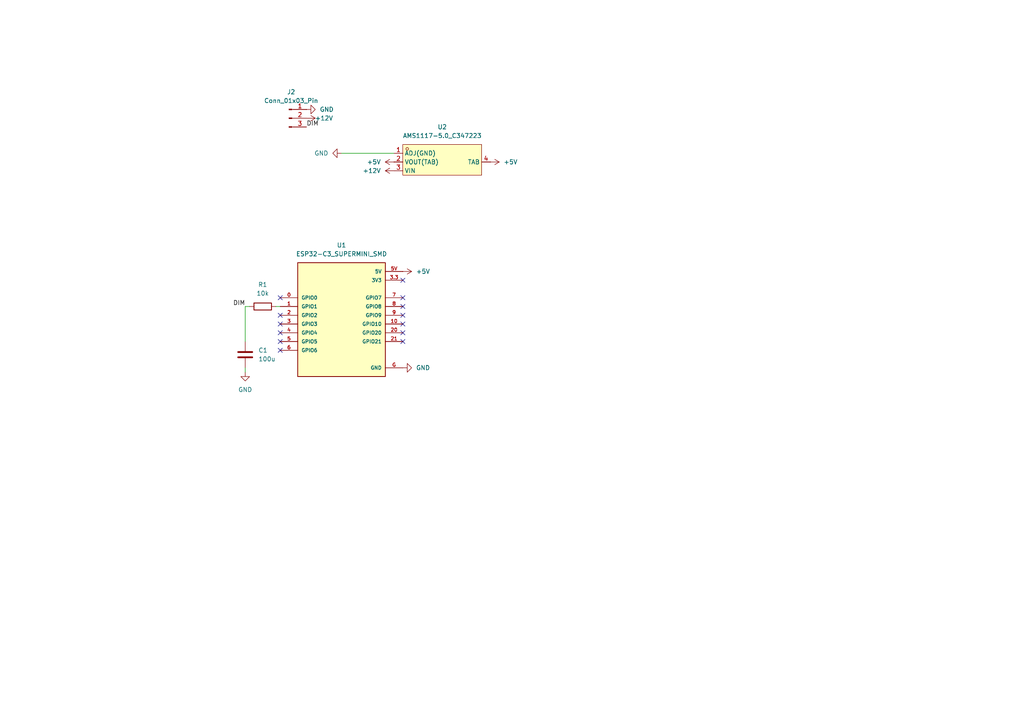
<source format=kicad_sch>
(kicad_sch (version 20250114) (generator "eeschema") (generator_version "9.0")
  (paper "A4")
  (lib_symbols
    (symbol "Connector:Conn_01x03_Pin" (pin_names (offset 1.016) (hide yes))
      (property "Reference" "J" (at 0 5.08 0))
      (property "Value" "Conn_01x03_Pin" (at 0 -5.08 0))
      (symbol "Conn_01x03_Pin_1_1"
        (rectangle (start 0.8636 2.667) (end 0 2.413) (stroke (width 0.1524)) (fill (type outline)))
        (rectangle (start 0.8636 0.127) (end 0 -0.127) (stroke (width 0.1524)) (fill (type outline)))
        (rectangle (start 0.8636 -2.413) (end 0 -2.667) (stroke (width 0.1524)) (fill (type outline)))
        (polyline (pts (xy 1.27 2.54) (xy 0.8636 2.54)) (stroke (width 0.1524)))
        (polyline (pts (xy 1.27 0) (xy 0.8636 0)) (stroke (width 0.1524)))
        (polyline (pts (xy 1.27 -2.54) (xy 0.8636 -2.54)) (stroke (width 0.1524)))
        (pin passive line (at 5.08 2.54 180) (length 3.81) (name "Pin_1") (number "1"))
        (pin passive line (at 5.08 0 180) (length 3.81) (name "Pin_2") (number "2"))
        (pin passive line (at 5.08 -2.54 180) (length 3.81) (name "Pin_3") (number "3"))
      )
    )
    (symbol "Device:C" (pin_numbers (hide yes)) (pin_names (offset 0.254))
      (property "Reference" "C" (at 0.635 2.54 0))
      (property "Value" "C" (at 0.635 -2.54 0))
      (symbol "C_0_1"
        (polyline (pts (xy -2.032 0.762) (xy 2.032 0.762)) (stroke (width 0.508)))
        (polyline (pts (xy -2.032 -0.762) (xy 2.032 -0.762)) (stroke (width 0.508)))
      )
      (symbol "C_1_1"
        (pin passive line (at 0 3.81 270) (length 2.794) (name "~") (number "1"))
        (pin passive line (at 0 -3.81 90) (length 2.794) (name "~") (number "2"))
      )
    )
    (symbol "Device:R" (pin_numbers (hide yes)) (pin_names (offset 0))
      (property "Reference" "R" (at 2.032 0 90))
      (property "Value" "R" (at 0 0 90))
      (symbol "R_0_1"
        (rectangle (start -1.016 -2.54) (end 1.016 2.54) (stroke (width 0.254)))
      )
      (symbol "R_1_1"
        (pin passive line (at 0 3.81 270) (length 1.27) (name "~") (number "1"))
        (pin passive line (at 0 -3.81 90) (length 1.27) (name "~") (number "2"))
      )
    )
    (symbol "ESP32-C3_SUPERMINI_SMD:ESP32-C3_SUPERMINI_SMD" (pin_names (offset 1.016))
      (property "Reference" "U" (at -12.7 16.002 0))
      (property "Value" "ESP32-C3_SUPERMINI_SMD" (at -12.7 -20.32 0))
      (symbol "ESP32-C3_SUPERMINI_SMD_0_0"
        (rectangle (start -12.7 -17.78) (end 12.7 15.24) (stroke (width 0.254)) (fill (type background)))
        (pin bidirectional line (at -17.78 5.08 0) (length 5.08) (name "GPIO0") (number "0"))
        (pin bidirectional line (at -17.78 2.54 0) (length 5.08) (name "GPIO1") (number "1"))
        (pin bidirectional line (at -17.78 0 0) (length 5.08) (name "GPIO2") (number "2"))
        (pin bidirectional line (at -17.78 -2.54 0) (length 5.08) (name "GPIO3") (number "3"))
        (pin bidirectional line (at -17.78 -5.08 0) (length 5.08) (name "GPIO4") (number "4"))
        (pin bidirectional line (at -17.78 -7.62 0) (length 5.08) (name "GPIO5") (number "5"))
        (pin bidirectional line (at -17.78 -10.16 0) (length 5.08) (name "GPIO6") (number "6"))
        (pin power_in line (at 17.78 12.7 180) (length 5.08) (name "5V") (number "5V"))
        (pin power_in line (at 17.78 10.16 180) (length 5.08) (name "3V3") (number "3.3"))
        (pin bidirectional line (at 17.78 5.08 180) (length 5.08) (name "GPIO7") (number "7"))
        (pin bidirectional line (at 17.78 2.54 180) (length 5.08) (name "GPIO8") (number "8"))
        (pin bidirectional line (at 17.78 0 180) (length 5.08) (name "GPIO9") (number "9"))
        (pin bidirectional line (at 17.78 -2.54 180) (length 5.08) (name "GPIO10") (number "10"))
        (pin bidirectional line (at 17.78 -5.08 180) (length 5.08) (name "GPIO20") (number "20"))
        (pin bidirectional line (at 17.78 -7.62 180) (length 5.08) (name "GPIO21") (number "21"))
        (pin power_in line (at 17.78 -15.24 180) (length 5.08) (name "GND") (number "G"))
      )
    )
    (symbol "easyeda2kicad:AMS1117-5.0_C347223"
      (property "Reference" "U" (at 0 7.62 0))
      (property "Value" "AMS1117-5.0_C347223" (at 0 -7.62 0))
      (symbol "AMS1117-5.0_C347223_0_1"
        (rectangle (start -12.7 5.08) (end 10.16 -3.81) (fill (type background)))
        (circle (center -11.43 3.81) (radius 0.38))
        (pin unspecified line (at -15.24 2.54 0) (length 2.54) (name "ADJ(GND)") (number "1"))
        (pin unspecified line (at -15.24 0 0) (length 2.54) (name "VOUT(TAB)") (number "2"))
        (pin unspecified line (at -15.24 -2.54 0) (length 2.54) (name "VIN") (number "3"))
        (pin unspecified line (at 12.7 0 180) (length 2.54) (name "TAB") (number "4"))
      )
    )
    (symbol "power:+12V" (power) (pin_numbers (hide yes)) (pin_names (offset 0) (hide yes))
      (property "Value" "+12V" (at 0 3.556 0))
      (symbol "+12V_0_1"
        (polyline (pts (xy -0.762 1.27) (xy 0 2.54)))
        (polyline (pts (xy 0 2.54) (xy 0.762 1.27)))
        (polyline (pts (xy 0 0) (xy 0 2.54)))
      )
      (symbol "+12V_1_1"
        (pin power_in line (at 0 0 90) (length 0) (name "~") (number "1"))
      )
    )
    (symbol "power:+5V" (power) (pin_numbers (hide yes)) (pin_names (offset 0) (hide yes))
      (property "Value" "+5V" (at 0 3.556 0))
      (symbol "+5V_0_1"
        (polyline (pts (xy -0.762 1.27) (xy 0 2.54)))
        (polyline (pts (xy 0 2.54) (xy 0.762 1.27)))
        (polyline (pts (xy 0 0) (xy 0 2.54)))
      )
      (symbol "+5V_1_1"
        (pin power_in line (at 0 0 90) (length 0) (name "~") (number "1"))
      )
    )
    (symbol "power:GND" (power) (pin_numbers (hide yes)) (pin_names (offset 0) (hide yes))
      (property "Value" "GND" (at 0 -3.81 0))
      (symbol "GND_0_1"
        (polyline (pts (xy 0 0) (xy 0 -1.27) (xy 1.27 -1.27) (xy 0 -2.54) (xy -1.27 -1.27) (xy 0 -1.27)))
      )
      (symbol "GND_1_1"
        (pin power_in line (at 0 0 270) (length 0) (name "~") (number "1"))
      )
    )
  )
  (no_connect (at 81.28 86.36))
  (no_connect (at 81.28 93.98))
  (no_connect (at 81.28 91.44))
  (no_connect (at 116.84 91.44))
  (no_connect (at 81.28 96.52))
  (no_connect (at 81.28 99.06))
  (no_connect (at 116.84 88.9))
  (no_connect (at 116.84 96.52))
  (no_connect (at 116.84 99.06))
  (no_connect (at 81.28 101.6))
  (no_connect (at 116.84 81.28))
  (no_connect (at 116.84 93.98))
  (no_connect (at 116.84 86.36))
  (wire (pts (xy 71.12 88.9) (xy 72.39 88.9)))
  (wire (pts (xy 71.12 107.95) (xy 71.12 106.68)))
  (wire (pts (xy 80.01 88.9) (xy 81.28 88.9)))
  (wire (pts (xy 114.3 44.45) (xy 99.06 44.45)))
  (wire (pts (xy 71.12 99.06) (xy 71.12 88.9)))
  (label "DIM" (at 71.12 88.9 180))
  (label "DIM" (at 88.9 36.83 0))
  (symbol (lib_id "ESP32-C3_SUPERMINI_SMD:ESP32-C3_SUPERMINI_SMD") (at 99.06 91.44 0) (unit 1)
    (property "Reference" "U1" (at 99.06 71.12 0))
    (property "Value" "ESP32-C3_SUPERMINI_SMD" (at 99.06 73.66 0))
    (property "Footprint" "ESP32-C3_SUPERMINI_SMD:MODULE_ESP32-C3_SUPERMINI" (effects (hide yes)))
    (property "MF" "Espressif Systems" (effects (hide yes)))
    (property "MAXIMUM_PACKAGE_HEIGHT" "4.2mm" (effects (hide yes)))
    (property "Package" "None" (effects (hide yes)))
    (property "Price" "None" (effects (hide yes)))
    (property "Check_prices" "https://www.snapeda.com/parts/ESP32-C3%20SuperMini_SMD/Espressif+Systems/view-part/?ref=eda" (effects (hide yes)))
    (property "STANDARD" "Manufacturer Recommendations" (effects (hide yes)))
    (property "SnapEDA_Link" "https://www.snapeda.com/parts/ESP32-C3%20SuperMini_SMD/Espressif+Systems/view-part/?ref=snap" (effects (hide yes)))
    (property "MP" "ESP32-C3 SuperMini_SMD" (effects (hide yes)))
    (property "Description_1" "Super tiny ESP32-C3 board" (effects (hide yes)))
    (property "Availability" "Not in stock" (effects (hide yes)))
    (property "MANUFACTURER" "Espressif" (effects (hide yes)))
  )
  (symbol (lib_id "power:GND") (at 88.9 31.75 90) (unit 1)
    (property "Reference" "#PWR08" (effects (hide yes)))
    (property "Value" "GND" (at 92.71 31.7499 90) (effects (justify right)))
    (property "Description" "Power symbol creates a global label with name \"GND\" , ground" (effects (hide yes)))
  )
  (symbol (lib_id "power:+5V") (at 142.24 46.99 270) (unit 1)
    (property "Reference" "#PWR06" (effects (hide yes)))
    (property "Value" "+5V" (at 146.05 46.9899 90) (effects (justify left)))
    (property "Description" "Power symbol creates a global label with name \"+5V\"" (effects (hide yes)))
  )
  (symbol (lib_id "Device:C") (at 71.12 102.87 0) (unit 1)
    (property "Reference" "C1" (at 74.93 101.5999 0) (effects (justify left)))
    (property "Value" "100u" (at 74.93 104.1399 0) (effects (justify left)))
    (property "Footprint" "Capacitor_SMD:C_0603_1608Metric" (effects (hide yes)))
    (property "Description" "Unpolarized capacitor" (effects (hide yes)))
  )
  (symbol (lib_id "power:+12V") (at 114.3 49.53 90) (unit 1)
    (property "Reference" "#PWR03" (effects (hide yes)))
    (property "Value" "+12V" (at 110.49 49.5299 90) (effects (justify left)))
    (property "Description" "Power symbol creates a global label with name \"+12V\"" (effects (hide yes)))
  )
  (symbol (lib_id "power:GND") (at 99.06 44.45 270) (unit 1)
    (property "Reference" "#PWR02" (effects (hide yes)))
    (property "Value" "GND" (at 95.25 44.4499 90) (effects (justify right)))
    (property "Description" "Power symbol creates a global label with name \"GND\" , ground" (effects (hide yes)))
  )
  (symbol (lib_id "Device:R") (at 76.2 88.9 90) (unit 1)
    (property "Reference" "R1" (at 76.2 82.55 90))
    (property "Value" "10k" (at 76.2 85.09 90))
    (property "Footprint" "Resistor_SMD:R_0603_1608Metric" (effects (hide yes)))
    (property "Description" "Resistor" (effects (hide yes)))
  )
  (symbol (lib_id "Connector:Conn_01x03_Pin") (at 83.82 34.29 0) (unit 1)
    (property "Reference" "J2" (at 84.455 26.67 0))
    (property "Value" "Conn_01x03_Pin" (at 84.455 29.21 0))
    (property "Footprint" "Connector_PinHeader_2.54mm:PinHeader_1x03_P2.54mm_Vertical" (effects (hide yes)))
    (property "Description" "Generic connector, single row, 01x03, script generated" (effects (hide yes)))
  )
  (symbol (lib_id "power:+5V") (at 116.84 78.74 270) (unit 1)
    (property "Reference" "#PWR05" (effects (hide yes)))
    (property "Value" "+5V" (at 120.65 78.7399 90) (effects (justify left)))
    (property "Description" "Power symbol creates a global label with name \"+5V\"" (effects (hide yes)))
  )
  (symbol (lib_id "power:GND") (at 116.84 106.68 90) (unit 1)
    (property "Reference" "#PWR07" (effects (hide yes)))
    (property "Value" "GND" (at 120.65 106.6799 90) (effects (justify right)))
    (property "Description" "Power symbol creates a global label with name \"GND\" , ground" (effects (hide yes)))
  )
  (symbol (lib_id "easyeda2kicad:AMS1117-5.0_C347223") (at 129.54 46.99 0) (unit 1)
    (property "Reference" "U2" (at 128.27 36.83 0))
    (property "Value" "AMS1117-5.0_C347223" (at 128.27 39.37 0))
    (property "Footprint" "easyeda2kicad:SOT-223_L6.7-W3.5-P2.30-BR" (effects (hide yes)))
    (property "Datasheet" "https://lcsc.com/product-detail/Others_Youtai-Semiconductor-Co-Ltd-AMS1117-5-0_C347223.html" (effects (hide yes)))
    (property "LCSC Part" "C347223" (effects (hide yes)))
  )
  (symbol (lib_id "power:+5V") (at 114.3 46.99 90) (unit 1)
    (property "Reference" "#PWR04" (effects (hide yes)))
    (property "Value" "+5V" (at 110.49 46.9899 90) (effects (justify left)))
    (property "Description" "Power symbol creates a global label with name \"+5V\"" (effects (hide yes)))
  )
  (symbol (lib_id "power:GND") (at 71.12 107.95 0) (unit 1)
    (property "Reference" "#PWR01" (effects (hide yes)))
    (property "Value" "GND" (at 71.12 113.03 0))
    (property "Description" "Power symbol creates a global label with name \"GND\" , ground" (effects (hide yes)))
  )
  (symbol (lib_id "power:+12V") (at 88.9 34.29 270) (unit 1)
    (property "Reference" "#PWR09" (effects (hide yes)))
    (property "Value" "+12V" (at 93.98 34.29 90))
    (property "Description" "Power symbol creates a global label with name \"+12V\"" (effects (hide yes)))
  )
)
</source>
